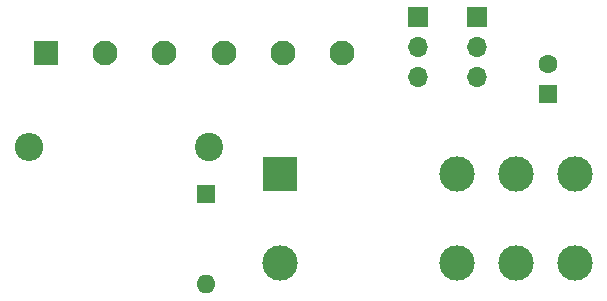
<source format=gbr>
%TF.GenerationSoftware,KiCad,Pcbnew,7.0.5*%
%TF.CreationDate,2023-09-05T23:41:28-04:00*%
%TF.ProjectId,relay-module,72656c61-792d-46d6-9f64-756c652e6b69,rev?*%
%TF.SameCoordinates,Original*%
%TF.FileFunction,Soldermask,Bot*%
%TF.FilePolarity,Negative*%
%FSLAX46Y46*%
G04 Gerber Fmt 4.6, Leading zero omitted, Abs format (unit mm)*
G04 Created by KiCad (PCBNEW 7.0.5) date 2023-09-05 23:41:28*
%MOMM*%
%LPD*%
G01*
G04 APERTURE LIST*
%ADD10R,1.700000X1.700000*%
%ADD11O,1.700000X1.700000*%
%ADD12C,2.400000*%
%ADD13O,2.400000X2.400000*%
%ADD14C,3.000000*%
%ADD15R,3.000000X3.000000*%
%ADD16R,2.100000X2.100000*%
%ADD17C,2.100000*%
%ADD18R,1.600000X1.600000*%
%ADD19O,1.600000X1.600000*%
%ADD20C,1.600000*%
G04 APERTURE END LIST*
D10*
%TO.C,JP2*%
X141000000Y-122000000D03*
D11*
X141000000Y-124540000D03*
X141000000Y-127080000D03*
%TD*%
D12*
%TO.C,R1*%
X118240000Y-133000000D03*
D13*
X103000000Y-133000000D03*
%TD*%
D14*
%TO.C,K1*%
X144292500Y-135292500D03*
X139292500Y-135292500D03*
X149292500Y-135292500D03*
X144292500Y-142792500D03*
X139292500Y-142792500D03*
X149292500Y-142792500D03*
D15*
X124292500Y-135292500D03*
D14*
X124292500Y-142792500D03*
%TD*%
D10*
%TO.C,JP1*%
X136000000Y-122000000D03*
D11*
X136000000Y-124540000D03*
X136000000Y-127080000D03*
%TD*%
D16*
%TO.C,J1*%
X104500000Y-125000000D03*
D17*
X109500000Y-125000000D03*
X114500000Y-125000000D03*
X119500000Y-125000000D03*
X124500000Y-125000000D03*
X129500000Y-125000000D03*
%TD*%
D18*
%TO.C,D2*%
X118000000Y-137000000D03*
D19*
X118000000Y-144620000D03*
%TD*%
D18*
%TO.C,C1*%
X147000000Y-128500000D03*
D20*
X147000000Y-126000000D03*
%TD*%
M02*

</source>
